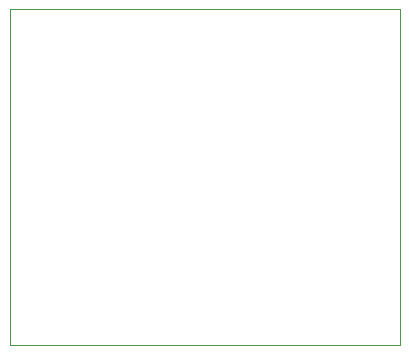
<source format=gbr>
%TF.GenerationSoftware,KiCad,Pcbnew,9.0.7*%
%TF.CreationDate,2026-02-19T23:57:08-05:00*%
%TF.ProjectId,usb_c_sensor_breakout,7573625f-635f-4736-956e-736f725f6272,rev?*%
%TF.SameCoordinates,Original*%
%TF.FileFunction,Profile,NP*%
%FSLAX46Y46*%
G04 Gerber Fmt 4.6, Leading zero omitted, Abs format (unit mm)*
G04 Created by KiCad (PCBNEW 9.0.7) date 2026-02-19 23:57:08*
%MOMM*%
%LPD*%
G01*
G04 APERTURE LIST*
%TA.AperFunction,Profile*%
%ADD10C,0.050000*%
%TD*%
G04 APERTURE END LIST*
D10*
X123500000Y-61500000D02*
X156500000Y-61500000D01*
X156500000Y-90000000D01*
X123500000Y-90000000D01*
X123500000Y-61500000D01*
M02*

</source>
